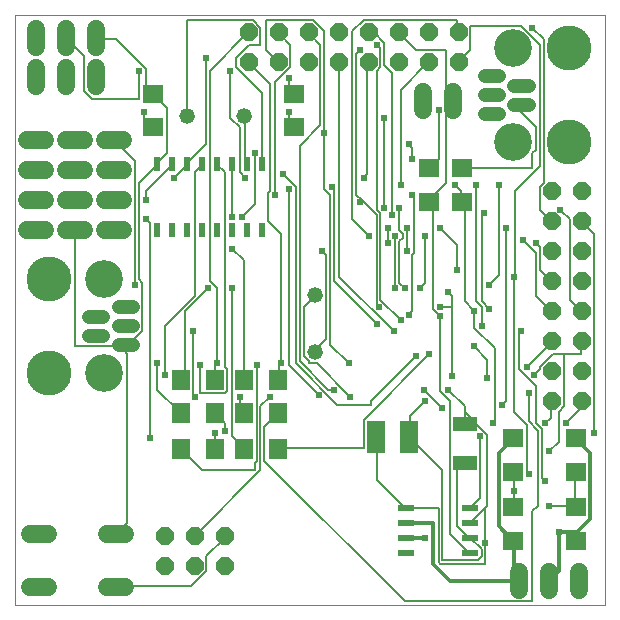
<source format=gbl>
G75*
%MOIN*%
%OFA0B0*%
%FSLAX25Y25*%
%IPPOS*%
%LPD*%
%AMOC8*
5,1,8,0,0,1.08239X$1,22.5*
%
%ADD10C,0.00000*%
%ADD11C,0.06000*%
%ADD12R,0.06299X0.10630*%
%ADD13OC8,0.06000*%
%ADD14R,0.05512X0.02362*%
%ADD15R,0.08000X0.05000*%
%ADD16R,0.07098X0.06299*%
%ADD17C,0.15000*%
%ADD18C,0.12598*%
%ADD19C,0.04756*%
%ADD20R,0.06299X0.07098*%
%ADD21C,0.05200*%
%ADD22R,0.07087X0.06299*%
%ADD23R,0.02362X0.04724*%
%ADD24C,0.00500*%
%ADD25C,0.02400*%
%ADD26C,0.01400*%
D10*
X0009000Y0001100D02*
X0009000Y0197950D01*
X0205850Y0197950D01*
X0205850Y0001100D01*
X0009000Y0001100D01*
D11*
X0014200Y0007200D02*
X0020200Y0007200D01*
X0020200Y0025000D02*
X0014200Y0025000D01*
X0039800Y0025000D02*
X0045800Y0025000D01*
X0045800Y0007200D02*
X0039800Y0007200D01*
X0039000Y0126100D02*
X0045000Y0126100D01*
X0045000Y0136100D02*
X0039000Y0136100D01*
X0032000Y0136100D02*
X0026000Y0136100D01*
X0019000Y0136100D02*
X0013000Y0136100D01*
X0013000Y0126100D02*
X0019000Y0126100D01*
X0026000Y0126100D02*
X0032000Y0126100D01*
X0032000Y0146100D02*
X0026000Y0146100D01*
X0019000Y0146100D02*
X0013000Y0146100D01*
X0013000Y0156100D02*
X0019000Y0156100D01*
X0026000Y0156100D02*
X0032000Y0156100D01*
X0039000Y0156100D02*
X0045000Y0156100D01*
X0045000Y0146100D02*
X0039000Y0146100D01*
X0036000Y0174100D02*
X0036000Y0180100D01*
X0036000Y0187100D02*
X0036000Y0193100D01*
X0026000Y0193100D02*
X0026000Y0187100D01*
X0026000Y0180100D02*
X0026000Y0174100D01*
X0016000Y0174100D02*
X0016000Y0180100D01*
X0016000Y0187100D02*
X0016000Y0193100D01*
X0145000Y0172100D02*
X0145000Y0166100D01*
X0155000Y0166100D02*
X0155000Y0172100D01*
X0177000Y0012100D02*
X0177000Y0006100D01*
X0187000Y0006100D02*
X0187000Y0012100D01*
X0197000Y0012100D02*
X0197000Y0006100D01*
D12*
X0140512Y0057100D03*
X0129488Y0057100D03*
D13*
X0079000Y0024100D03*
X0069000Y0024100D03*
X0069000Y0014100D03*
X0079000Y0014100D03*
X0059000Y0014100D03*
X0059000Y0024100D03*
X0188000Y0069100D03*
X0188000Y0079100D03*
X0188000Y0089100D03*
X0188000Y0099100D03*
X0188000Y0109100D03*
X0188000Y0119100D03*
X0188000Y0129100D03*
X0188000Y0139100D03*
X0198000Y0139100D03*
X0198000Y0129100D03*
X0198000Y0119100D03*
X0198000Y0109100D03*
X0198000Y0099100D03*
X0198000Y0089100D03*
X0198000Y0079100D03*
X0198000Y0069100D03*
X0157000Y0182100D03*
X0157000Y0192100D03*
X0147000Y0192100D03*
X0137000Y0192100D03*
X0137000Y0182100D03*
X0147000Y0182100D03*
X0127000Y0182100D03*
X0127000Y0192100D03*
X0117000Y0192100D03*
X0107000Y0192100D03*
X0107000Y0182100D03*
X0117000Y0182100D03*
X0097000Y0182100D03*
X0097000Y0192100D03*
X0087000Y0192100D03*
X0087000Y0182100D03*
D14*
X0139370Y0033600D03*
X0139370Y0028600D03*
X0139370Y0023600D03*
X0139370Y0018600D03*
X0160630Y0018600D03*
X0160630Y0023600D03*
X0160630Y0028600D03*
X0160630Y0033600D03*
D15*
X0159000Y0048600D03*
X0159000Y0061600D03*
D16*
X0175000Y0056698D03*
X0175000Y0045502D03*
X0175000Y0033698D03*
X0175000Y0022502D03*
X0196000Y0022502D03*
X0196000Y0033698D03*
X0196000Y0045502D03*
X0196000Y0056698D03*
X0158000Y0135502D03*
X0147000Y0135502D03*
X0147000Y0146698D03*
X0158000Y0146698D03*
D17*
X0193646Y0155352D03*
X0193646Y0186848D03*
X0020354Y0109848D03*
X0020354Y0078352D03*
D18*
X0038858Y0078352D03*
X0038858Y0109848D03*
X0175142Y0155352D03*
X0175142Y0186848D03*
D19*
X0170417Y0177399D02*
X0165661Y0177399D01*
X0165661Y0171100D02*
X0170417Y0171100D01*
X0175535Y0167950D02*
X0180291Y0167950D01*
X0180291Y0174250D02*
X0175535Y0174250D01*
X0170417Y0164801D02*
X0165661Y0164801D01*
X0048339Y0100399D02*
X0043583Y0100399D01*
X0038465Y0097250D02*
X0033709Y0097250D01*
X0033709Y0090950D02*
X0038465Y0090950D01*
X0043583Y0087801D02*
X0048339Y0087801D01*
X0048339Y0094100D02*
X0043583Y0094100D01*
D20*
X0064402Y0076100D03*
X0075598Y0076100D03*
X0085402Y0076100D03*
X0085402Y0065100D03*
X0075598Y0065100D03*
X0064402Y0065100D03*
X0064402Y0053100D03*
X0075598Y0053100D03*
X0085402Y0053100D03*
X0096598Y0053100D03*
X0096598Y0065100D03*
X0096598Y0076100D03*
D21*
X0109000Y0085600D03*
X0109000Y0104600D03*
X0085500Y0164100D03*
X0066500Y0164100D03*
D22*
X0055000Y0160588D03*
X0055000Y0171612D03*
X0102000Y0171612D03*
X0102000Y0160588D03*
D23*
X0091500Y0148124D03*
X0086500Y0148124D03*
X0081500Y0148124D03*
X0076500Y0148124D03*
X0071500Y0148124D03*
X0066500Y0148124D03*
X0061500Y0148124D03*
X0056500Y0148124D03*
X0056500Y0126076D03*
X0061500Y0126076D03*
X0066500Y0126076D03*
X0071500Y0126076D03*
X0076500Y0126076D03*
X0081500Y0126076D03*
X0086500Y0126076D03*
X0091500Y0126076D03*
D24*
X0093375Y0129225D02*
X0097750Y0124850D01*
X0097750Y0081725D01*
X0097125Y0081100D01*
X0097125Y0076100D01*
X0096598Y0076100D01*
X0100250Y0081100D02*
X0100250Y0139850D01*
X0102750Y0140475D02*
X0098375Y0144850D01*
X0102750Y0140475D02*
X0102750Y0081725D01*
X0116500Y0067975D01*
X0127750Y0067975D01*
X0127750Y0069225D01*
X0142750Y0084225D01*
X0147125Y0084850D02*
X0125250Y0062975D01*
X0125250Y0053600D01*
X0097125Y0053600D01*
X0096598Y0053100D01*
X0092125Y0049225D02*
X0139000Y0002350D01*
X0181500Y0002350D01*
X0181500Y0032350D01*
X0183375Y0034225D01*
X0183375Y0059225D01*
X0180250Y0062350D01*
X0180250Y0071725D01*
X0182750Y0074225D02*
X0177125Y0079850D01*
X0177125Y0091725D01*
X0177750Y0092350D01*
X0187750Y0088600D02*
X0188000Y0089100D01*
X0187750Y0088600D02*
X0179625Y0080475D01*
X0182125Y0077975D02*
X0184000Y0079850D01*
X0184000Y0080475D01*
X0188375Y0084850D01*
X0192125Y0084850D01*
X0192125Y0067350D01*
X0190250Y0065475D01*
X0190250Y0055475D01*
X0187125Y0052350D01*
X0184625Y0059850D02*
X0182750Y0061725D01*
X0182750Y0074225D01*
X0188000Y0069100D02*
X0187750Y0068600D01*
X0187750Y0063600D01*
X0185875Y0061725D01*
X0184625Y0059850D02*
X0184625Y0043600D01*
X0185875Y0042350D01*
X0180250Y0044850D02*
X0179625Y0045475D01*
X0179625Y0061100D01*
X0175250Y0065475D01*
X0175250Y0110475D01*
X0175875Y0111100D01*
X0175875Y0139225D01*
X0184000Y0147350D01*
X0184000Y0187975D01*
X0177750Y0194225D01*
X0160875Y0194225D01*
X0160875Y0186100D01*
X0157125Y0182350D01*
X0157000Y0182100D01*
X0152750Y0186100D02*
X0152750Y0171100D01*
X0154625Y0169225D01*
X0155000Y0169100D01*
X0154625Y0168600D01*
X0152750Y0166725D01*
X0152750Y0141725D01*
X0147125Y0136100D01*
X0147000Y0135502D01*
X0147125Y0135475D01*
X0148375Y0134225D01*
X0148375Y0099850D01*
X0150875Y0097350D01*
X0150875Y0072350D01*
X0154000Y0069225D01*
X0154000Y0024850D01*
X0160250Y0018600D01*
X0160630Y0018600D01*
X0163375Y0016100D02*
X0151500Y0016100D01*
X0151500Y0046100D01*
X0140875Y0056725D01*
X0140512Y0057100D01*
X0140875Y0057350D01*
X0140875Y0064225D01*
X0145875Y0069225D01*
X0145250Y0072975D02*
X0151500Y0066725D01*
X0153375Y0072975D02*
X0159000Y0067350D01*
X0159000Y0065475D01*
X0166500Y0057975D01*
X0166500Y0034225D01*
X0165875Y0033600D01*
X0165875Y0021725D01*
X0165875Y0014850D01*
X0150875Y0014850D01*
X0150250Y0015475D01*
X0150250Y0033600D01*
X0139370Y0033600D01*
X0139000Y0033600D01*
X0129625Y0042975D01*
X0129625Y0056725D01*
X0129488Y0057100D01*
X0120875Y0070475D02*
X0109625Y0081725D01*
X0107125Y0081725D01*
X0107125Y0082350D01*
X0105250Y0084225D01*
X0105250Y0100475D01*
X0109000Y0104225D01*
X0109000Y0104600D01*
X0115250Y0109225D02*
X0115250Y0139850D01*
X0114625Y0140475D01*
X0112125Y0139850D02*
X0114000Y0137975D01*
X0114000Y0087975D01*
X0120250Y0081725D01*
X0112750Y0089850D02*
X0109000Y0086100D01*
X0109000Y0085600D01*
X0104000Y0082350D02*
X0104000Y0154225D01*
X0110875Y0161100D01*
X0110875Y0187975D01*
X0107125Y0191725D01*
X0107000Y0192100D01*
X0108375Y0196100D02*
X0092750Y0196100D01*
X0092750Y0186100D01*
X0096500Y0182350D01*
X0097000Y0182100D01*
X0100875Y0180475D02*
X0095875Y0175475D01*
X0095875Y0137975D01*
X0094000Y0139225D02*
X0093375Y0138600D01*
X0093375Y0129225D01*
X0089000Y0134850D02*
X0089000Y0151725D01*
X0086500Y0148600D02*
X0086500Y0148124D01*
X0086500Y0148600D02*
X0085875Y0149225D01*
X0085875Y0163600D01*
X0085500Y0164100D01*
X0084000Y0160475D02*
X0080875Y0163600D01*
X0080875Y0179225D01*
X0082750Y0180475D02*
X0082750Y0183600D01*
X0087125Y0187975D01*
X0090875Y0187975D01*
X0090875Y0193600D01*
X0088375Y0196100D01*
X0066500Y0196100D01*
X0066500Y0164100D01*
X0059625Y0166725D02*
X0055250Y0171100D01*
X0055000Y0171612D01*
X0054625Y0171725D01*
X0052750Y0173600D01*
X0052750Y0179850D01*
X0042750Y0189850D01*
X0036500Y0189850D01*
X0036000Y0190100D01*
X0032125Y0184225D02*
X0032125Y0172350D01*
X0034625Y0169850D01*
X0050250Y0169850D01*
X0050250Y0179225D01*
X0052125Y0165475D02*
X0052125Y0163600D01*
X0054625Y0161100D01*
X0055000Y0160588D01*
X0059625Y0166725D02*
X0059625Y0151725D01*
X0056500Y0148600D01*
X0056500Y0148124D01*
X0056500Y0147975D01*
X0050250Y0141725D01*
X0050250Y0109850D01*
X0051500Y0108600D01*
X0051500Y0092350D01*
X0045250Y0086100D01*
X0043583Y0087801D01*
X0044000Y0087350D01*
X0045250Y0086100D01*
X0046500Y0084850D01*
X0046500Y0028600D01*
X0043375Y0025475D01*
X0042800Y0025000D01*
X0043375Y0007350D02*
X0042800Y0007200D01*
X0043375Y0007350D02*
X0067750Y0007350D01*
X0072750Y0012350D01*
X0072750Y0017350D01*
X0079000Y0023600D01*
X0079000Y0024100D01*
X0069000Y0024225D02*
X0069000Y0024100D01*
X0069000Y0024225D02*
X0090875Y0046100D01*
X0090875Y0067350D01*
X0094000Y0070475D01*
X0096598Y0065100D02*
X0096500Y0064850D01*
X0092125Y0060475D01*
X0092125Y0049225D01*
X0089625Y0049225D02*
X0089625Y0081100D01*
X0085402Y0076100D02*
X0085250Y0076100D01*
X0085250Y0116100D01*
X0081500Y0119850D01*
X0081500Y0130475D02*
X0081500Y0148124D01*
X0084000Y0145475D02*
X0084000Y0160475D01*
X0072750Y0154850D02*
X0072750Y0183600D01*
X0074000Y0179225D02*
X0074000Y0109225D01*
X0076500Y0106725D01*
X0076500Y0081725D01*
X0075875Y0081100D01*
X0075875Y0076100D01*
X0075598Y0076100D01*
X0079625Y0072350D02*
X0079000Y0071725D01*
X0070875Y0071725D01*
X0070875Y0081100D01*
X0065875Y0077350D02*
X0065875Y0099225D01*
X0073375Y0106725D01*
X0069000Y0104225D02*
X0059000Y0094225D01*
X0059000Y0077975D01*
X0056500Y0081725D02*
X0056500Y0072975D01*
X0064000Y0065475D01*
X0064402Y0065100D01*
X0069000Y0070475D02*
X0068375Y0071100D01*
X0068375Y0092350D01*
X0069000Y0104225D02*
X0069000Y0145475D01*
X0071500Y0147975D01*
X0071500Y0148124D01*
X0066500Y0148124D02*
X0066500Y0148600D01*
X0072750Y0154850D01*
X0076500Y0148124D02*
X0076500Y0147975D01*
X0079000Y0145475D01*
X0079000Y0080475D01*
X0079625Y0079850D01*
X0079625Y0072350D01*
X0084000Y0070475D02*
X0084000Y0066725D01*
X0085250Y0065475D01*
X0085402Y0065100D01*
X0079000Y0061725D02*
X0079000Y0059225D01*
X0079000Y0061725D02*
X0075875Y0064850D01*
X0075598Y0065100D01*
X0075875Y0058600D02*
X0075875Y0053600D01*
X0075598Y0053100D01*
X0081500Y0057350D02*
X0081500Y0106725D01*
X0084625Y0130475D02*
X0089000Y0134850D01*
X0094000Y0139225D02*
X0094000Y0174850D01*
X0087125Y0181725D01*
X0087000Y0182100D01*
X0082750Y0180475D02*
X0091500Y0171725D01*
X0091500Y0148124D01*
X0085875Y0143600D02*
X0084000Y0145475D01*
X0066500Y0147975D02*
X0066500Y0148124D01*
X0066500Y0147975D02*
X0062125Y0143600D01*
X0061500Y0147975D02*
X0061500Y0148124D01*
X0061500Y0147975D02*
X0052750Y0139225D01*
X0052750Y0136100D01*
X0052750Y0129850D02*
X0054000Y0128600D01*
X0054000Y0056725D01*
X0064402Y0053100D02*
X0064625Y0052975D01*
X0071500Y0046100D01*
X0089000Y0046100D01*
X0089000Y0048600D01*
X0089625Y0049225D01*
X0085402Y0053100D02*
X0085250Y0053600D01*
X0081500Y0057350D01*
X0064625Y0076100D02*
X0064402Y0076100D01*
X0064625Y0076100D02*
X0065875Y0077350D01*
X0043583Y0087801D02*
X0043375Y0087350D01*
X0029000Y0087350D01*
X0029000Y0126100D01*
X0049000Y0107975D02*
X0049000Y0149225D01*
X0042125Y0156100D01*
X0042000Y0156100D01*
X0032125Y0184225D02*
X0026500Y0189850D01*
X0026000Y0190100D01*
X0074000Y0179225D02*
X0086500Y0191725D01*
X0087000Y0192100D01*
X0097000Y0192100D02*
X0097125Y0191725D01*
X0100875Y0187975D01*
X0100875Y0180475D01*
X0100250Y0176725D02*
X0100250Y0172975D01*
X0101500Y0171725D01*
X0102000Y0171612D01*
X0100250Y0165475D02*
X0100250Y0162350D01*
X0101500Y0161100D01*
X0102000Y0160588D01*
X0112125Y0158600D02*
X0112125Y0139850D01*
X0122750Y0137975D02*
X0122750Y0184850D01*
X0124000Y0186100D01*
X0127000Y0182100D02*
X0126500Y0181725D01*
X0126500Y0144850D01*
X0125250Y0143600D01*
X0122750Y0137975D02*
X0124625Y0136100D01*
X0124000Y0135475D01*
X0124625Y0136100D02*
X0129625Y0131100D01*
X0129625Y0101100D01*
X0130250Y0100475D01*
X0130875Y0102975D02*
X0130875Y0131725D01*
X0129625Y0132975D01*
X0129625Y0179225D01*
X0130875Y0180475D01*
X0130875Y0186725D01*
X0129625Y0187975D01*
X0132125Y0188600D02*
X0129000Y0191725D01*
X0127125Y0191725D01*
X0127000Y0192100D01*
X0125250Y0196100D02*
X0156500Y0196100D01*
X0156500Y0192350D01*
X0157000Y0192100D01*
X0152750Y0186100D02*
X0142750Y0186100D01*
X0137125Y0191725D01*
X0137000Y0192100D01*
X0132125Y0188600D02*
X0132125Y0181100D01*
X0134625Y0178600D01*
X0134625Y0131100D01*
X0132125Y0133600D02*
X0132125Y0163600D01*
X0137750Y0172975D02*
X0137750Y0141100D01*
X0141500Y0137975D02*
X0142125Y0137350D01*
X0142125Y0118600D01*
X0141500Y0117975D01*
X0141500Y0099225D01*
X0140250Y0097975D01*
X0137750Y0096100D02*
X0130875Y0102975D01*
X0135875Y0106725D02*
X0135875Y0124225D01*
X0137125Y0122350D02*
X0138375Y0123600D01*
X0138375Y0124850D01*
X0137125Y0126100D01*
X0137125Y0133600D01*
X0139625Y0126725D02*
X0139625Y0119225D01*
X0137125Y0122350D02*
X0137125Y0108600D01*
X0139000Y0106725D01*
X0144000Y0106725D02*
X0145875Y0108600D01*
X0145875Y0124225D01*
X0150875Y0126725D02*
X0156500Y0121100D01*
X0156500Y0112975D01*
X0153375Y0105475D02*
X0154625Y0104225D01*
X0154625Y0100475D01*
X0150875Y0100475D01*
X0154625Y0100475D02*
X0154625Y0077350D01*
X0166500Y0076725D02*
X0166500Y0082975D01*
X0162125Y0087350D01*
X0162125Y0093600D02*
X0162125Y0099225D01*
X0159000Y0102350D01*
X0159000Y0134850D01*
X0158375Y0135475D01*
X0158000Y0135502D01*
X0157750Y0136100D01*
X0157750Y0139225D01*
X0155875Y0141100D01*
X0158000Y0146698D02*
X0158375Y0146725D01*
X0181500Y0146725D01*
X0181500Y0151725D01*
X0182750Y0152975D01*
X0182750Y0160475D01*
X0175875Y0167350D01*
X0175535Y0167950D01*
X0185250Y0189850D02*
X0185250Y0141725D01*
X0184000Y0140475D01*
X0184000Y0132975D01*
X0187750Y0129225D01*
X0188000Y0129100D01*
X0190875Y0132975D02*
X0194000Y0129850D01*
X0194000Y0102975D01*
X0197750Y0099225D01*
X0198000Y0099100D01*
X0198000Y0089100D02*
X0197750Y0088600D01*
X0197750Y0084850D01*
X0192125Y0084850D01*
X0188000Y0099100D02*
X0187750Y0099225D01*
X0182750Y0104225D01*
X0182750Y0118600D01*
X0178375Y0122975D01*
X0182750Y0121725D02*
X0184000Y0120475D01*
X0184000Y0112975D01*
X0187750Y0109225D01*
X0188000Y0109100D01*
X0170250Y0111100D02*
X0170250Y0141100D01*
X0162750Y0141100D02*
X0162750Y0102350D01*
X0164625Y0100475D01*
X0164625Y0094225D01*
X0162125Y0093600D02*
X0169000Y0086725D01*
X0169000Y0062350D01*
X0168375Y0061725D01*
X0164000Y0057350D02*
X0164000Y0036725D01*
X0160875Y0033600D01*
X0160630Y0033600D01*
X0160630Y0028600D02*
X0160875Y0028600D01*
X0165875Y0033600D01*
X0175000Y0033698D02*
X0175250Y0034225D01*
X0175250Y0039225D01*
X0175250Y0045475D01*
X0175000Y0045502D01*
X0187125Y0034225D02*
X0195875Y0034225D01*
X0196000Y0033698D01*
X0195875Y0034225D02*
X0195875Y0045475D01*
X0196000Y0045502D01*
X0202125Y0058600D02*
X0202125Y0124850D01*
X0198375Y0128600D01*
X0198000Y0129100D01*
X0172750Y0126725D02*
X0172750Y0069225D01*
X0171500Y0067975D01*
X0159000Y0065475D02*
X0159000Y0061600D01*
X0159000Y0048600D02*
X0156500Y0046100D01*
X0156500Y0027350D01*
X0160250Y0023600D01*
X0160630Y0023600D01*
X0160875Y0023600D01*
X0164625Y0019850D01*
X0164625Y0017350D01*
X0163375Y0016100D01*
X0192750Y0061725D02*
X0197750Y0066725D01*
X0197750Y0068600D01*
X0198000Y0069100D01*
X0167125Y0099850D02*
X0164625Y0102350D01*
X0164625Y0131100D01*
X0165250Y0131725D01*
X0150250Y0149850D02*
X0150250Y0166100D01*
X0137750Y0172975D02*
X0146500Y0181725D01*
X0147000Y0182100D01*
X0125250Y0196100D02*
X0121500Y0192350D01*
X0121500Y0129850D01*
X0127125Y0124225D01*
X0133375Y0126725D02*
X0133375Y0121725D01*
X0117125Y0110475D02*
X0117125Y0181725D01*
X0117000Y0182100D01*
X0112125Y0192350D02*
X0108375Y0196100D01*
X0112125Y0192350D02*
X0112125Y0158600D01*
X0140250Y0154850D02*
X0141500Y0153600D01*
X0141500Y0149850D01*
X0147000Y0146698D02*
X0147125Y0146725D01*
X0150250Y0149850D01*
X0112750Y0117975D02*
X0112750Y0089850D01*
X0104000Y0082350D02*
X0113375Y0072975D01*
X0115250Y0072975D01*
X0110250Y0071100D02*
X0100250Y0081100D01*
X0115250Y0109225D02*
X0129625Y0094850D01*
X0135250Y0092350D02*
X0117125Y0110475D01*
X0112750Y0117975D02*
X0111500Y0119225D01*
X0167125Y0107975D02*
X0170250Y0111100D01*
X0185250Y0189850D02*
X0181500Y0193600D01*
D25*
X0181500Y0193600D03*
X0150250Y0166100D03*
X0140250Y0154850D03*
X0141500Y0149850D03*
X0137750Y0141100D03*
X0141500Y0137975D03*
X0137125Y0133600D03*
X0134625Y0131100D03*
X0132125Y0133600D03*
X0133375Y0126725D03*
X0135875Y0124225D03*
X0133375Y0121725D03*
X0139625Y0119225D03*
X0145875Y0124225D03*
X0150875Y0126725D03*
X0139625Y0126725D03*
X0127125Y0124225D03*
X0124000Y0135475D03*
X0125250Y0143600D03*
X0114625Y0140475D03*
X0100250Y0139850D03*
X0095875Y0137975D03*
X0098375Y0144850D03*
X0089000Y0151725D03*
X0085875Y0143600D03*
X0084625Y0130475D03*
X0081500Y0130475D03*
X0081500Y0119850D03*
X0081500Y0106725D03*
X0073375Y0106725D03*
X0068375Y0092350D03*
X0076500Y0081725D03*
X0070875Y0081100D03*
X0069000Y0070475D03*
X0059000Y0077975D03*
X0056500Y0081725D03*
X0075875Y0058600D03*
X0079000Y0059225D03*
X0084000Y0070475D03*
X0094000Y0070475D03*
X0089625Y0081100D03*
X0097750Y0081725D03*
X0110250Y0071100D03*
X0115250Y0072975D03*
X0120875Y0070475D03*
X0120250Y0081725D03*
X0129625Y0094850D03*
X0130250Y0100475D03*
X0135875Y0106725D03*
X0139000Y0106725D03*
X0144000Y0106725D03*
X0150875Y0100475D03*
X0150875Y0097350D03*
X0153375Y0105475D03*
X0156500Y0112975D03*
X0167125Y0107975D03*
X0175250Y0110475D03*
X0167125Y0099850D03*
X0162125Y0099225D03*
X0164625Y0094225D03*
X0162125Y0087350D03*
X0166500Y0076725D03*
X0171500Y0067975D03*
X0168375Y0061725D03*
X0164000Y0057350D03*
X0151500Y0066725D03*
X0145875Y0069225D03*
X0145250Y0072975D03*
X0153375Y0072975D03*
X0154625Y0077350D03*
X0147125Y0084850D03*
X0142750Y0084225D03*
X0135250Y0092350D03*
X0137750Y0096100D03*
X0140250Y0097975D03*
X0111500Y0119225D03*
X0112125Y0158600D03*
X0100250Y0165475D03*
X0100250Y0176725D03*
X0080875Y0179225D03*
X0072750Y0183600D03*
X0052125Y0165475D03*
X0050250Y0179225D03*
X0062125Y0143600D03*
X0052750Y0136100D03*
X0052750Y0129850D03*
X0049000Y0107975D03*
X0054000Y0056725D03*
X0145875Y0023600D03*
X0165875Y0021725D03*
X0175250Y0039225D03*
X0180250Y0044850D03*
X0185875Y0042350D03*
X0187125Y0034225D03*
X0190250Y0025475D03*
X0187125Y0052350D03*
X0185875Y0061725D03*
X0192750Y0061725D03*
X0202125Y0058600D03*
X0180250Y0071725D03*
X0182125Y0077975D03*
X0179625Y0080475D03*
X0177750Y0092350D03*
X0182750Y0121725D03*
X0178375Y0122975D03*
X0172750Y0126725D03*
X0165250Y0131725D03*
X0162750Y0141100D03*
X0170250Y0141100D03*
X0155875Y0141100D03*
X0132125Y0163600D03*
X0124000Y0186100D03*
X0129625Y0187975D03*
X0190875Y0132975D03*
D26*
X0196000Y0056698D02*
X0196500Y0056100D01*
X0200875Y0051725D01*
X0200875Y0029850D01*
X0196500Y0025475D01*
X0196000Y0022502D01*
X0195875Y0022975D01*
X0195875Y0025475D01*
X0190250Y0025475D01*
X0190250Y0012350D01*
X0187000Y0009100D01*
X0177000Y0009100D02*
X0175250Y0009850D01*
X0175250Y0022350D01*
X0175000Y0022502D01*
X0174625Y0022975D01*
X0170250Y0027350D01*
X0170250Y0051725D01*
X0174625Y0056100D01*
X0175000Y0056698D01*
X0148375Y0028600D02*
X0148375Y0014850D01*
X0154000Y0009225D01*
X0176500Y0009225D01*
X0177000Y0009100D01*
X0148375Y0028600D02*
X0139370Y0028600D01*
X0139370Y0023600D02*
X0145875Y0023600D01*
M02*

</source>
